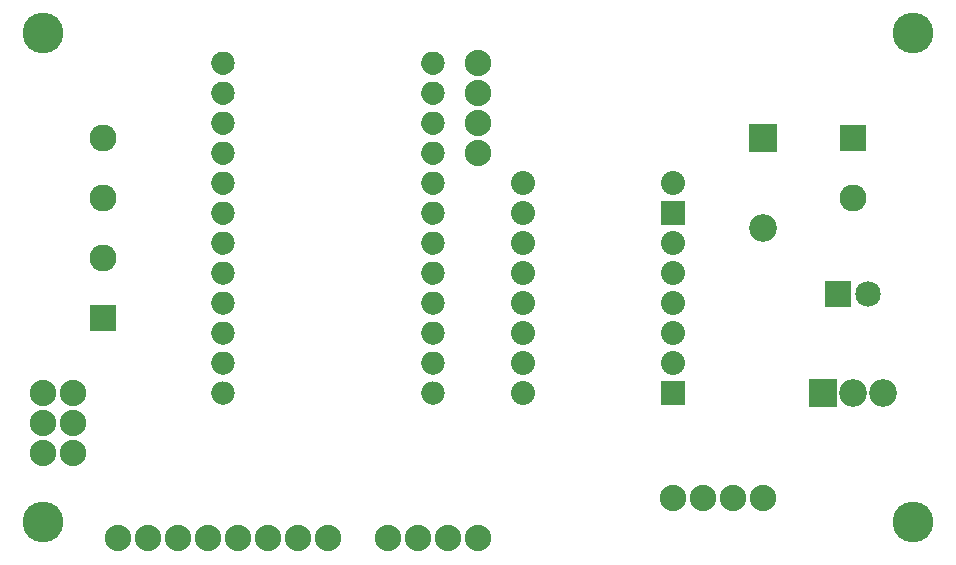
<source format=gts>
G04 MADE WITH FRITZING*
G04 WWW.FRITZING.ORG*
G04 DOUBLE SIDED*
G04 HOLES PLATED*
G04 CONTOUR ON CENTER OF CONTOUR VECTOR*
%ASAXBY*%
%FSLAX23Y23*%
%MOIN*%
%OFA0B0*%
%SFA1.0B1.0*%
%ADD10C,0.092000*%
%ADD11C,0.088000*%
%ADD12C,0.090000*%
%ADD13C,0.080000*%
%ADD14C,0.135984*%
%ADD15C,0.085000*%
%ADD16R,0.092000X0.092000*%
%ADD17R,0.090000X0.090000*%
%ADD18R,0.080000X0.080000*%
%ADD19R,0.085000X0.085000*%
%ADD20C,0.030000*%
%ADD21R,0.001000X0.001000*%
%LNMASK1*%
G90*
G70*
G54D10*
X2725Y552D03*
X2825Y552D03*
X2925Y552D03*
G54D11*
X1575Y1352D03*
X1575Y1452D03*
X1575Y1552D03*
X1575Y1652D03*
X125Y552D03*
X125Y452D03*
X125Y352D03*
X125Y552D03*
X125Y452D03*
X125Y352D03*
X225Y352D03*
X225Y452D03*
X225Y552D03*
G54D10*
X2525Y1402D03*
X2525Y1104D03*
G54D12*
X325Y802D03*
X325Y1002D03*
X325Y1202D03*
X325Y1402D03*
G54D13*
X1725Y1252D03*
X2225Y1252D03*
X1725Y1152D03*
X2225Y1152D03*
X1725Y1052D03*
X2225Y1052D03*
X1725Y952D03*
X2225Y952D03*
X1725Y852D03*
X2225Y852D03*
X1725Y752D03*
X2225Y752D03*
X1725Y652D03*
X2225Y652D03*
X1725Y552D03*
X2225Y552D03*
G54D11*
X2525Y202D03*
X2425Y202D03*
X2325Y202D03*
X2225Y202D03*
G54D12*
X2825Y1402D03*
X2825Y1202D03*
G54D14*
X125Y122D03*
X3025Y122D03*
X125Y1752D03*
X3025Y1752D03*
G54D15*
X2775Y882D03*
X2875Y882D03*
G54D11*
X1075Y70D03*
X975Y70D03*
X875Y70D03*
X775Y70D03*
X675Y70D03*
X575Y70D03*
X475Y70D03*
X375Y70D03*
X1575Y69D03*
X1475Y69D03*
X1375Y69D03*
X1275Y69D03*
G54D16*
X2725Y552D03*
X2525Y1403D03*
G54D17*
X325Y802D03*
G54D18*
X2225Y552D03*
X2225Y1152D03*
G54D17*
X2825Y1402D03*
G54D19*
X2775Y882D03*
G54D20*
G36*
X295Y1172D02*
X295Y1232D01*
X355Y1232D01*
X355Y1172D01*
X295Y1172D01*
G37*
D02*
G54D21*
X719Y1691D02*
X730Y1691D01*
X1419Y1691D02*
X1430Y1691D01*
X715Y1690D02*
X735Y1690D01*
X1414Y1690D02*
X1435Y1690D01*
X712Y1689D02*
X738Y1689D01*
X1412Y1689D02*
X1438Y1689D01*
X709Y1688D02*
X740Y1688D01*
X1409Y1688D02*
X1440Y1688D01*
X707Y1687D02*
X742Y1687D01*
X1407Y1687D02*
X1442Y1687D01*
X705Y1686D02*
X744Y1686D01*
X1405Y1686D02*
X1444Y1686D01*
X704Y1685D02*
X746Y1685D01*
X1403Y1685D02*
X1445Y1685D01*
X702Y1684D02*
X747Y1684D01*
X1402Y1684D02*
X1447Y1684D01*
X701Y1683D02*
X748Y1683D01*
X1401Y1683D02*
X1448Y1683D01*
X699Y1682D02*
X750Y1682D01*
X1399Y1682D02*
X1449Y1682D01*
X698Y1681D02*
X751Y1681D01*
X1398Y1681D02*
X1450Y1681D01*
X697Y1680D02*
X752Y1680D01*
X1397Y1680D02*
X1452Y1680D01*
X696Y1679D02*
X753Y1679D01*
X1396Y1679D02*
X1452Y1679D01*
X695Y1678D02*
X753Y1678D01*
X1395Y1678D02*
X1453Y1678D01*
X695Y1677D02*
X754Y1677D01*
X1395Y1677D02*
X1454Y1677D01*
X694Y1676D02*
X755Y1676D01*
X1394Y1676D02*
X1455Y1676D01*
X693Y1675D02*
X756Y1675D01*
X1393Y1675D02*
X1456Y1675D01*
X693Y1674D02*
X756Y1674D01*
X1392Y1674D02*
X1456Y1674D01*
X692Y1673D02*
X757Y1673D01*
X1392Y1673D02*
X1457Y1673D01*
X691Y1672D02*
X757Y1672D01*
X1391Y1672D02*
X1457Y1672D01*
X691Y1671D02*
X758Y1671D01*
X1391Y1671D02*
X1458Y1671D01*
X690Y1670D02*
X758Y1670D01*
X1390Y1670D02*
X1458Y1670D01*
X690Y1669D02*
X759Y1669D01*
X1390Y1669D02*
X1459Y1669D01*
X689Y1668D02*
X759Y1668D01*
X1389Y1668D02*
X1459Y1668D01*
X689Y1667D02*
X760Y1667D01*
X1389Y1667D02*
X1460Y1667D01*
X689Y1666D02*
X760Y1666D01*
X1388Y1666D02*
X1460Y1666D01*
X688Y1665D02*
X761Y1665D01*
X1388Y1665D02*
X1460Y1665D01*
X688Y1664D02*
X761Y1664D01*
X1388Y1664D02*
X1461Y1664D01*
X687Y1663D02*
X761Y1663D01*
X1387Y1663D02*
X1461Y1663D01*
X687Y1662D02*
X761Y1662D01*
X1387Y1662D02*
X1461Y1662D01*
X687Y1661D02*
X762Y1661D01*
X1387Y1661D02*
X1462Y1661D01*
X687Y1660D02*
X762Y1660D01*
X1387Y1660D02*
X1462Y1660D01*
X686Y1659D02*
X762Y1659D01*
X1386Y1659D02*
X1462Y1659D01*
X686Y1658D02*
X762Y1658D01*
X1386Y1658D02*
X1462Y1658D01*
X686Y1657D02*
X762Y1657D01*
X1386Y1657D02*
X1462Y1657D01*
X686Y1656D02*
X763Y1656D01*
X1386Y1656D02*
X1462Y1656D01*
X686Y1655D02*
X763Y1655D01*
X1386Y1655D02*
X1463Y1655D01*
X686Y1654D02*
X763Y1654D01*
X1386Y1654D02*
X1463Y1654D01*
X686Y1653D02*
X763Y1653D01*
X1386Y1653D02*
X1463Y1653D01*
X686Y1652D02*
X763Y1652D01*
X1386Y1652D02*
X1463Y1652D01*
X686Y1651D02*
X763Y1651D01*
X1386Y1651D02*
X1463Y1651D01*
X686Y1650D02*
X763Y1650D01*
X1386Y1650D02*
X1463Y1650D01*
X686Y1649D02*
X763Y1649D01*
X1386Y1649D02*
X1462Y1649D01*
X686Y1648D02*
X762Y1648D01*
X1386Y1648D02*
X1462Y1648D01*
X686Y1647D02*
X762Y1647D01*
X1386Y1647D02*
X1462Y1647D01*
X686Y1646D02*
X762Y1646D01*
X1386Y1646D02*
X1462Y1646D01*
X687Y1645D02*
X762Y1645D01*
X1386Y1645D02*
X1462Y1645D01*
X687Y1644D02*
X762Y1644D01*
X1387Y1644D02*
X1462Y1644D01*
X687Y1643D02*
X761Y1643D01*
X1387Y1643D02*
X1461Y1643D01*
X687Y1642D02*
X761Y1642D01*
X1387Y1642D02*
X1461Y1642D01*
X688Y1641D02*
X761Y1641D01*
X1387Y1641D02*
X1461Y1641D01*
X688Y1640D02*
X761Y1640D01*
X1388Y1640D02*
X1460Y1640D01*
X688Y1639D02*
X760Y1639D01*
X1388Y1639D02*
X1460Y1639D01*
X689Y1638D02*
X760Y1638D01*
X1389Y1638D02*
X1460Y1638D01*
X689Y1637D02*
X759Y1637D01*
X1389Y1637D02*
X1459Y1637D01*
X690Y1636D02*
X759Y1636D01*
X1389Y1636D02*
X1459Y1636D01*
X690Y1635D02*
X759Y1635D01*
X1390Y1635D02*
X1458Y1635D01*
X691Y1634D02*
X758Y1634D01*
X1390Y1634D02*
X1458Y1634D01*
X691Y1633D02*
X758Y1633D01*
X1391Y1633D02*
X1457Y1633D01*
X692Y1632D02*
X757Y1632D01*
X1392Y1632D02*
X1457Y1632D01*
X692Y1631D02*
X756Y1631D01*
X1392Y1631D02*
X1456Y1631D01*
X693Y1630D02*
X756Y1630D01*
X1393Y1630D02*
X1456Y1630D01*
X694Y1629D02*
X755Y1629D01*
X1394Y1629D02*
X1455Y1629D01*
X695Y1628D02*
X754Y1628D01*
X1394Y1628D02*
X1454Y1628D01*
X695Y1627D02*
X754Y1627D01*
X1395Y1627D02*
X1453Y1627D01*
X696Y1626D02*
X753Y1626D01*
X1396Y1626D02*
X1452Y1626D01*
X697Y1625D02*
X752Y1625D01*
X1397Y1625D02*
X1452Y1625D01*
X698Y1624D02*
X751Y1624D01*
X1398Y1624D02*
X1451Y1624D01*
X699Y1623D02*
X750Y1623D01*
X1399Y1623D02*
X1449Y1623D01*
X701Y1622D02*
X748Y1622D01*
X1401Y1622D02*
X1448Y1622D01*
X702Y1621D02*
X747Y1621D01*
X1402Y1621D02*
X1447Y1621D01*
X704Y1620D02*
X745Y1620D01*
X1404Y1620D02*
X1445Y1620D01*
X705Y1619D02*
X744Y1619D01*
X1405Y1619D02*
X1443Y1619D01*
X707Y1618D02*
X742Y1618D01*
X1407Y1618D02*
X1441Y1618D01*
X710Y1617D02*
X739Y1617D01*
X1409Y1617D02*
X1439Y1617D01*
X712Y1616D02*
X737Y1616D01*
X1412Y1616D02*
X1437Y1616D01*
X716Y1615D02*
X733Y1615D01*
X1415Y1615D02*
X1433Y1615D01*
X720Y1614D02*
X728Y1614D01*
X1420Y1614D02*
X1428Y1614D01*
X719Y1591D02*
X731Y1591D01*
X1418Y1591D02*
X1430Y1591D01*
X715Y1590D02*
X735Y1590D01*
X1414Y1590D02*
X1435Y1590D01*
X712Y1589D02*
X738Y1589D01*
X1411Y1589D02*
X1438Y1589D01*
X709Y1588D02*
X740Y1588D01*
X1409Y1588D02*
X1440Y1588D01*
X707Y1587D02*
X742Y1587D01*
X1407Y1587D02*
X1442Y1587D01*
X705Y1586D02*
X744Y1586D01*
X1405Y1586D02*
X1444Y1586D01*
X704Y1585D02*
X746Y1585D01*
X1403Y1585D02*
X1445Y1585D01*
X702Y1584D02*
X747Y1584D01*
X1402Y1584D02*
X1447Y1584D01*
X701Y1583D02*
X748Y1583D01*
X1401Y1583D02*
X1448Y1583D01*
X699Y1582D02*
X750Y1582D01*
X1399Y1582D02*
X1449Y1582D01*
X698Y1581D02*
X751Y1581D01*
X1398Y1581D02*
X1451Y1581D01*
X697Y1580D02*
X752Y1580D01*
X1397Y1580D02*
X1452Y1580D01*
X696Y1579D02*
X753Y1579D01*
X1396Y1579D02*
X1452Y1579D01*
X695Y1578D02*
X753Y1578D01*
X1395Y1578D02*
X1453Y1578D01*
X695Y1577D02*
X754Y1577D01*
X1395Y1577D02*
X1454Y1577D01*
X694Y1576D02*
X755Y1576D01*
X1394Y1576D02*
X1455Y1576D01*
X693Y1575D02*
X756Y1575D01*
X1393Y1575D02*
X1456Y1575D01*
X693Y1574D02*
X756Y1574D01*
X1392Y1574D02*
X1456Y1574D01*
X692Y1573D02*
X757Y1573D01*
X1392Y1573D02*
X1457Y1573D01*
X691Y1572D02*
X757Y1572D01*
X1391Y1572D02*
X1457Y1572D01*
X691Y1571D02*
X758Y1571D01*
X1391Y1571D02*
X1458Y1571D01*
X690Y1570D02*
X758Y1570D01*
X1390Y1570D02*
X1458Y1570D01*
X690Y1569D02*
X759Y1569D01*
X1390Y1569D02*
X1459Y1569D01*
X689Y1568D02*
X759Y1568D01*
X1389Y1568D02*
X1459Y1568D01*
X689Y1567D02*
X760Y1567D01*
X1389Y1567D02*
X1460Y1567D01*
X689Y1566D02*
X760Y1566D01*
X1388Y1566D02*
X1460Y1566D01*
X688Y1565D02*
X761Y1565D01*
X1388Y1565D02*
X1460Y1565D01*
X688Y1564D02*
X761Y1564D01*
X1388Y1564D02*
X1461Y1564D01*
X687Y1563D02*
X761Y1563D01*
X1387Y1563D02*
X1461Y1563D01*
X687Y1562D02*
X761Y1562D01*
X1387Y1562D02*
X1461Y1562D01*
X687Y1561D02*
X762Y1561D01*
X1387Y1561D02*
X1462Y1561D01*
X687Y1560D02*
X762Y1560D01*
X1387Y1560D02*
X1462Y1560D01*
X686Y1559D02*
X762Y1559D01*
X1386Y1559D02*
X1462Y1559D01*
X686Y1558D02*
X762Y1558D01*
X1386Y1558D02*
X1462Y1558D01*
X686Y1557D02*
X762Y1557D01*
X1386Y1557D02*
X1462Y1557D01*
X686Y1556D02*
X763Y1556D01*
X1386Y1556D02*
X1462Y1556D01*
X686Y1555D02*
X763Y1555D01*
X1386Y1555D02*
X1463Y1555D01*
X686Y1554D02*
X763Y1554D01*
X1386Y1554D02*
X1463Y1554D01*
X686Y1553D02*
X763Y1553D01*
X1386Y1553D02*
X1463Y1553D01*
X686Y1552D02*
X763Y1552D01*
X1386Y1552D02*
X1463Y1552D01*
X686Y1551D02*
X763Y1551D01*
X1386Y1551D02*
X1463Y1551D01*
X686Y1550D02*
X763Y1550D01*
X1386Y1550D02*
X1463Y1550D01*
X686Y1549D02*
X763Y1549D01*
X1386Y1549D02*
X1462Y1549D01*
X686Y1548D02*
X762Y1548D01*
X1386Y1548D02*
X1462Y1548D01*
X686Y1547D02*
X762Y1547D01*
X1386Y1547D02*
X1462Y1547D01*
X686Y1546D02*
X762Y1546D01*
X1386Y1546D02*
X1462Y1546D01*
X687Y1545D02*
X762Y1545D01*
X1386Y1545D02*
X1462Y1545D01*
X687Y1544D02*
X762Y1544D01*
X1387Y1544D02*
X1462Y1544D01*
X687Y1543D02*
X761Y1543D01*
X1387Y1543D02*
X1461Y1543D01*
X687Y1542D02*
X761Y1542D01*
X1387Y1542D02*
X1461Y1542D01*
X688Y1541D02*
X761Y1541D01*
X1387Y1541D02*
X1461Y1541D01*
X688Y1540D02*
X761Y1540D01*
X1388Y1540D02*
X1460Y1540D01*
X688Y1539D02*
X760Y1539D01*
X1388Y1539D02*
X1460Y1539D01*
X689Y1538D02*
X760Y1538D01*
X1389Y1538D02*
X1460Y1538D01*
X689Y1537D02*
X759Y1537D01*
X1389Y1537D02*
X1459Y1537D01*
X690Y1536D02*
X759Y1536D01*
X1389Y1536D02*
X1459Y1536D01*
X690Y1535D02*
X759Y1535D01*
X1390Y1535D02*
X1458Y1535D01*
X691Y1534D02*
X758Y1534D01*
X1390Y1534D02*
X1458Y1534D01*
X691Y1533D02*
X757Y1533D01*
X1391Y1533D02*
X1457Y1533D01*
X692Y1532D02*
X757Y1532D01*
X1392Y1532D02*
X1457Y1532D01*
X692Y1531D02*
X756Y1531D01*
X1392Y1531D02*
X1456Y1531D01*
X693Y1530D02*
X756Y1530D01*
X1393Y1530D02*
X1456Y1530D01*
X694Y1529D02*
X755Y1529D01*
X1394Y1529D02*
X1455Y1529D01*
X695Y1528D02*
X754Y1528D01*
X1394Y1528D02*
X1454Y1528D01*
X695Y1527D02*
X753Y1527D01*
X1395Y1527D02*
X1453Y1527D01*
X696Y1526D02*
X753Y1526D01*
X1396Y1526D02*
X1452Y1526D01*
X697Y1525D02*
X752Y1525D01*
X1397Y1525D02*
X1452Y1525D01*
X698Y1524D02*
X751Y1524D01*
X1398Y1524D02*
X1450Y1524D01*
X700Y1523D02*
X749Y1523D01*
X1399Y1523D02*
X1449Y1523D01*
X701Y1522D02*
X748Y1522D01*
X1401Y1522D02*
X1448Y1522D01*
X702Y1521D02*
X747Y1521D01*
X1402Y1521D02*
X1447Y1521D01*
X704Y1520D02*
X745Y1520D01*
X1404Y1520D02*
X1445Y1520D01*
X706Y1519D02*
X743Y1519D01*
X1405Y1519D02*
X1443Y1519D01*
X707Y1518D02*
X742Y1518D01*
X1407Y1518D02*
X1441Y1518D01*
X710Y1517D02*
X739Y1517D01*
X1410Y1517D02*
X1439Y1517D01*
X712Y1516D02*
X737Y1516D01*
X1412Y1516D02*
X1436Y1516D01*
X716Y1515D02*
X733Y1515D01*
X1416Y1515D02*
X1433Y1515D01*
X721Y1514D02*
X728Y1514D01*
X1420Y1514D02*
X1428Y1514D01*
X718Y1491D02*
X731Y1491D01*
X1418Y1491D02*
X1431Y1491D01*
X714Y1490D02*
X735Y1490D01*
X1414Y1490D02*
X1435Y1490D01*
X711Y1489D02*
X738Y1489D01*
X1411Y1489D02*
X1438Y1489D01*
X709Y1488D02*
X740Y1488D01*
X1409Y1488D02*
X1440Y1488D01*
X707Y1487D02*
X742Y1487D01*
X1407Y1487D02*
X1442Y1487D01*
X705Y1486D02*
X744Y1486D01*
X1405Y1486D02*
X1444Y1486D01*
X703Y1485D02*
X746Y1485D01*
X1403Y1485D02*
X1446Y1485D01*
X702Y1484D02*
X747Y1484D01*
X1402Y1484D02*
X1447Y1484D01*
X701Y1483D02*
X748Y1483D01*
X1401Y1483D02*
X1448Y1483D01*
X699Y1482D02*
X750Y1482D01*
X1399Y1482D02*
X1449Y1482D01*
X698Y1481D02*
X751Y1481D01*
X1398Y1481D02*
X1451Y1481D01*
X697Y1480D02*
X752Y1480D01*
X1397Y1480D02*
X1452Y1480D01*
X696Y1479D02*
X753Y1479D01*
X1396Y1479D02*
X1453Y1479D01*
X695Y1478D02*
X754Y1478D01*
X1395Y1478D02*
X1453Y1478D01*
X695Y1477D02*
X754Y1477D01*
X1394Y1477D02*
X1454Y1477D01*
X694Y1476D02*
X755Y1476D01*
X1394Y1476D02*
X1455Y1476D01*
X693Y1475D02*
X756Y1475D01*
X1393Y1475D02*
X1456Y1475D01*
X693Y1474D02*
X756Y1474D01*
X1392Y1474D02*
X1456Y1474D01*
X692Y1473D02*
X757Y1473D01*
X1392Y1473D02*
X1457Y1473D01*
X691Y1472D02*
X757Y1472D01*
X1391Y1472D02*
X1457Y1472D01*
X691Y1471D02*
X758Y1471D01*
X1391Y1471D02*
X1458Y1471D01*
X690Y1470D02*
X759Y1470D01*
X1390Y1470D02*
X1458Y1470D01*
X690Y1469D02*
X759Y1469D01*
X1390Y1469D02*
X1459Y1469D01*
X689Y1468D02*
X759Y1468D01*
X1389Y1468D02*
X1459Y1468D01*
X689Y1467D02*
X760Y1467D01*
X1389Y1467D02*
X1460Y1467D01*
X689Y1466D02*
X760Y1466D01*
X1388Y1466D02*
X1460Y1466D01*
X688Y1465D02*
X761Y1465D01*
X1388Y1465D02*
X1460Y1465D01*
X688Y1464D02*
X761Y1464D01*
X1388Y1464D02*
X1461Y1464D01*
X687Y1463D02*
X761Y1463D01*
X1387Y1463D02*
X1461Y1463D01*
X687Y1462D02*
X761Y1462D01*
X1387Y1462D02*
X1461Y1462D01*
X687Y1461D02*
X762Y1461D01*
X1387Y1461D02*
X1462Y1461D01*
X687Y1460D02*
X762Y1460D01*
X1387Y1460D02*
X1462Y1460D01*
X686Y1459D02*
X762Y1459D01*
X1386Y1459D02*
X1462Y1459D01*
X686Y1458D02*
X762Y1458D01*
X1386Y1458D02*
X1462Y1458D01*
X686Y1457D02*
X762Y1457D01*
X1386Y1457D02*
X1462Y1457D01*
X686Y1456D02*
X763Y1456D01*
X1386Y1456D02*
X1462Y1456D01*
X686Y1455D02*
X763Y1455D01*
X1386Y1455D02*
X1463Y1455D01*
X686Y1454D02*
X763Y1454D01*
X1386Y1454D02*
X1463Y1454D01*
X686Y1453D02*
X763Y1453D01*
X1386Y1453D02*
X1463Y1453D01*
X686Y1452D02*
X763Y1452D01*
X1386Y1452D02*
X1463Y1452D01*
X686Y1451D02*
X763Y1451D01*
X1386Y1451D02*
X1463Y1451D01*
X686Y1450D02*
X763Y1450D01*
X1386Y1450D02*
X1463Y1450D01*
X686Y1449D02*
X763Y1449D01*
X1386Y1449D02*
X1462Y1449D01*
X686Y1448D02*
X762Y1448D01*
X1386Y1448D02*
X1462Y1448D01*
X686Y1447D02*
X762Y1447D01*
X1386Y1447D02*
X1462Y1447D01*
X686Y1446D02*
X762Y1446D01*
X1386Y1446D02*
X1462Y1446D01*
X687Y1445D02*
X762Y1445D01*
X1386Y1445D02*
X1462Y1445D01*
X687Y1444D02*
X762Y1444D01*
X1387Y1444D02*
X1462Y1444D01*
X687Y1443D02*
X761Y1443D01*
X1387Y1443D02*
X1461Y1443D01*
X687Y1442D02*
X761Y1442D01*
X1387Y1442D02*
X1461Y1442D01*
X688Y1441D02*
X761Y1441D01*
X1387Y1441D02*
X1461Y1441D01*
X688Y1440D02*
X761Y1440D01*
X1388Y1440D02*
X1460Y1440D01*
X688Y1439D02*
X760Y1439D01*
X1388Y1439D02*
X1460Y1439D01*
X689Y1438D02*
X760Y1438D01*
X1389Y1438D02*
X1460Y1438D01*
X689Y1437D02*
X759Y1437D01*
X1389Y1437D02*
X1459Y1437D01*
X690Y1436D02*
X759Y1436D01*
X1389Y1436D02*
X1459Y1436D01*
X690Y1435D02*
X758Y1435D01*
X1390Y1435D02*
X1458Y1435D01*
X691Y1434D02*
X758Y1434D01*
X1390Y1434D02*
X1458Y1434D01*
X691Y1433D02*
X757Y1433D01*
X1391Y1433D02*
X1457Y1433D01*
X692Y1432D02*
X757Y1432D01*
X1392Y1432D02*
X1457Y1432D01*
X692Y1431D02*
X756Y1431D01*
X1392Y1431D02*
X1456Y1431D01*
X693Y1430D02*
X756Y1430D01*
X1393Y1430D02*
X1456Y1430D01*
X694Y1429D02*
X755Y1429D01*
X1394Y1429D02*
X1455Y1429D01*
X695Y1428D02*
X754Y1428D01*
X1394Y1428D02*
X1454Y1428D01*
X695Y1427D02*
X753Y1427D01*
X1395Y1427D02*
X1453Y1427D01*
X696Y1426D02*
X753Y1426D01*
X1396Y1426D02*
X1452Y1426D01*
X697Y1425D02*
X752Y1425D01*
X1397Y1425D02*
X1452Y1425D01*
X698Y1424D02*
X751Y1424D01*
X1398Y1424D02*
X1450Y1424D01*
X700Y1423D02*
X749Y1423D01*
X1399Y1423D02*
X1449Y1423D01*
X701Y1422D02*
X748Y1422D01*
X1401Y1422D02*
X1448Y1422D01*
X702Y1421D02*
X747Y1421D01*
X1402Y1421D02*
X1447Y1421D01*
X704Y1420D02*
X745Y1420D01*
X1404Y1420D02*
X1445Y1420D01*
X706Y1419D02*
X743Y1419D01*
X1405Y1419D02*
X1443Y1419D01*
X708Y1418D02*
X741Y1418D01*
X1407Y1418D02*
X1441Y1418D01*
X710Y1417D02*
X739Y1417D01*
X1410Y1417D02*
X1439Y1417D01*
X712Y1416D02*
X736Y1416D01*
X1412Y1416D02*
X1436Y1416D01*
X716Y1415D02*
X733Y1415D01*
X1416Y1415D02*
X1433Y1415D01*
X721Y1414D02*
X728Y1414D01*
X1421Y1414D02*
X1428Y1414D01*
X718Y1391D02*
X731Y1391D01*
X1418Y1391D02*
X1431Y1391D01*
X714Y1390D02*
X735Y1390D01*
X1414Y1390D02*
X1435Y1390D01*
X711Y1389D02*
X738Y1389D01*
X1411Y1389D02*
X1438Y1389D01*
X709Y1388D02*
X741Y1388D01*
X1409Y1388D02*
X1440Y1388D01*
X707Y1387D02*
X743Y1387D01*
X1407Y1387D02*
X1442Y1387D01*
X705Y1386D02*
X744Y1386D01*
X1405Y1386D02*
X1444Y1386D01*
X703Y1385D02*
X746Y1385D01*
X1403Y1385D02*
X1446Y1385D01*
X702Y1384D02*
X747Y1384D01*
X1402Y1384D02*
X1447Y1384D01*
X701Y1383D02*
X748Y1383D01*
X1400Y1383D02*
X1448Y1383D01*
X699Y1382D02*
X750Y1382D01*
X1399Y1382D02*
X1450Y1382D01*
X698Y1381D02*
X751Y1381D01*
X1398Y1381D02*
X1451Y1381D01*
X697Y1380D02*
X752Y1380D01*
X1397Y1380D02*
X1452Y1380D01*
X696Y1379D02*
X753Y1379D01*
X1396Y1379D02*
X1453Y1379D01*
X695Y1378D02*
X754Y1378D01*
X1395Y1378D02*
X1453Y1378D01*
X695Y1377D02*
X754Y1377D01*
X1394Y1377D02*
X1454Y1377D01*
X694Y1376D02*
X755Y1376D01*
X1394Y1376D02*
X1455Y1376D01*
X693Y1375D02*
X756Y1375D01*
X1393Y1375D02*
X1456Y1375D01*
X692Y1374D02*
X756Y1374D01*
X1392Y1374D02*
X1456Y1374D01*
X692Y1373D02*
X757Y1373D01*
X1392Y1373D02*
X1457Y1373D01*
X691Y1372D02*
X758Y1372D01*
X1391Y1372D02*
X1457Y1372D01*
X691Y1371D02*
X758Y1371D01*
X1391Y1371D02*
X1458Y1371D01*
X690Y1370D02*
X759Y1370D01*
X1390Y1370D02*
X1458Y1370D01*
X690Y1369D02*
X759Y1369D01*
X1390Y1369D02*
X1459Y1369D01*
X689Y1368D02*
X759Y1368D01*
X1389Y1368D02*
X1459Y1368D01*
X689Y1367D02*
X760Y1367D01*
X1389Y1367D02*
X1460Y1367D01*
X688Y1366D02*
X760Y1366D01*
X1388Y1366D02*
X1460Y1366D01*
X688Y1365D02*
X761Y1365D01*
X1388Y1365D02*
X1460Y1365D01*
X688Y1364D02*
X761Y1364D01*
X1388Y1364D02*
X1461Y1364D01*
X687Y1363D02*
X761Y1363D01*
X1387Y1363D02*
X1461Y1363D01*
X687Y1362D02*
X761Y1362D01*
X1387Y1362D02*
X1461Y1362D01*
X687Y1361D02*
X762Y1361D01*
X1387Y1361D02*
X1462Y1361D01*
X687Y1360D02*
X762Y1360D01*
X1387Y1360D02*
X1462Y1360D01*
X686Y1359D02*
X762Y1359D01*
X1386Y1359D02*
X1462Y1359D01*
X686Y1358D02*
X762Y1358D01*
X1386Y1358D02*
X1462Y1358D01*
X686Y1357D02*
X762Y1357D01*
X1386Y1357D02*
X1462Y1357D01*
X686Y1356D02*
X763Y1356D01*
X1386Y1356D02*
X1462Y1356D01*
X686Y1355D02*
X763Y1355D01*
X1386Y1355D02*
X1463Y1355D01*
X686Y1354D02*
X763Y1354D01*
X1386Y1354D02*
X1463Y1354D01*
X686Y1353D02*
X763Y1353D01*
X1386Y1353D02*
X1463Y1353D01*
X686Y1352D02*
X763Y1352D01*
X1386Y1352D02*
X1463Y1352D01*
X686Y1351D02*
X763Y1351D01*
X1386Y1351D02*
X1463Y1351D01*
X686Y1350D02*
X763Y1350D01*
X1386Y1350D02*
X1462Y1350D01*
X686Y1349D02*
X763Y1349D01*
X1386Y1349D02*
X1462Y1349D01*
X686Y1348D02*
X762Y1348D01*
X1386Y1348D02*
X1462Y1348D01*
X686Y1347D02*
X762Y1347D01*
X1386Y1347D02*
X1462Y1347D01*
X686Y1346D02*
X762Y1346D01*
X1386Y1346D02*
X1462Y1346D01*
X687Y1345D02*
X762Y1345D01*
X1386Y1345D02*
X1462Y1345D01*
X687Y1344D02*
X762Y1344D01*
X1387Y1344D02*
X1462Y1344D01*
X687Y1343D02*
X761Y1343D01*
X1387Y1343D02*
X1461Y1343D01*
X687Y1342D02*
X761Y1342D01*
X1387Y1342D02*
X1461Y1342D01*
X688Y1341D02*
X761Y1341D01*
X1387Y1341D02*
X1461Y1341D01*
X688Y1340D02*
X760Y1340D01*
X1388Y1340D02*
X1460Y1340D01*
X688Y1339D02*
X760Y1339D01*
X1388Y1339D02*
X1460Y1339D01*
X689Y1338D02*
X760Y1338D01*
X1389Y1338D02*
X1460Y1338D01*
X689Y1337D02*
X759Y1337D01*
X1389Y1337D02*
X1459Y1337D01*
X690Y1336D02*
X759Y1336D01*
X1389Y1336D02*
X1459Y1336D01*
X690Y1335D02*
X758Y1335D01*
X1390Y1335D02*
X1458Y1335D01*
X691Y1334D02*
X758Y1334D01*
X1390Y1334D02*
X1458Y1334D01*
X691Y1333D02*
X757Y1333D01*
X1391Y1333D02*
X1457Y1333D01*
X692Y1332D02*
X757Y1332D01*
X1392Y1332D02*
X1457Y1332D01*
X692Y1331D02*
X756Y1331D01*
X1392Y1331D02*
X1456Y1331D01*
X693Y1330D02*
X756Y1330D01*
X1393Y1330D02*
X1456Y1330D01*
X694Y1329D02*
X755Y1329D01*
X1394Y1329D02*
X1455Y1329D01*
X695Y1328D02*
X754Y1328D01*
X1395Y1328D02*
X1454Y1328D01*
X695Y1327D02*
X753Y1327D01*
X1395Y1327D02*
X1453Y1327D01*
X696Y1326D02*
X753Y1326D01*
X1396Y1326D02*
X1452Y1326D01*
X697Y1325D02*
X752Y1325D01*
X1397Y1325D02*
X1451Y1325D01*
X698Y1324D02*
X751Y1324D01*
X1398Y1324D02*
X1450Y1324D01*
X700Y1323D02*
X749Y1323D01*
X1399Y1323D02*
X1449Y1323D01*
X701Y1322D02*
X748Y1322D01*
X1401Y1322D02*
X1448Y1322D01*
X702Y1321D02*
X747Y1321D01*
X1402Y1321D02*
X1447Y1321D01*
X704Y1320D02*
X745Y1320D01*
X1404Y1320D02*
X1445Y1320D01*
X706Y1319D02*
X743Y1319D01*
X1406Y1319D02*
X1443Y1319D01*
X708Y1318D02*
X741Y1318D01*
X1408Y1318D02*
X1441Y1318D01*
X710Y1317D02*
X739Y1317D01*
X1410Y1317D02*
X1439Y1317D01*
X713Y1316D02*
X736Y1316D01*
X1412Y1316D02*
X1436Y1316D01*
X716Y1315D02*
X733Y1315D01*
X1416Y1315D02*
X1433Y1315D01*
X721Y1314D02*
X727Y1314D01*
X1421Y1314D02*
X1427Y1314D01*
X718Y1291D02*
X731Y1291D01*
X1418Y1291D02*
X1431Y1291D01*
X714Y1290D02*
X735Y1290D01*
X1414Y1290D02*
X1435Y1290D01*
X711Y1289D02*
X738Y1289D01*
X1411Y1289D02*
X1438Y1289D01*
X709Y1288D02*
X741Y1288D01*
X1409Y1288D02*
X1440Y1288D01*
X707Y1287D02*
X743Y1287D01*
X1407Y1287D02*
X1442Y1287D01*
X705Y1286D02*
X744Y1286D01*
X1405Y1286D02*
X1444Y1286D01*
X703Y1285D02*
X746Y1285D01*
X1403Y1285D02*
X1446Y1285D01*
X702Y1284D02*
X747Y1284D01*
X1402Y1284D02*
X1447Y1284D01*
X701Y1283D02*
X749Y1283D01*
X1400Y1283D02*
X1448Y1283D01*
X699Y1282D02*
X750Y1282D01*
X1399Y1282D02*
X1450Y1282D01*
X698Y1281D02*
X751Y1281D01*
X1398Y1281D02*
X1451Y1281D01*
X697Y1280D02*
X752Y1280D01*
X1397Y1280D02*
X1452Y1280D01*
X696Y1279D02*
X753Y1279D01*
X1396Y1279D02*
X1453Y1279D01*
X695Y1278D02*
X754Y1278D01*
X1395Y1278D02*
X1453Y1278D01*
X695Y1277D02*
X754Y1277D01*
X1394Y1277D02*
X1454Y1277D01*
X694Y1276D02*
X755Y1276D01*
X1394Y1276D02*
X1455Y1276D01*
X693Y1275D02*
X756Y1275D01*
X1393Y1275D02*
X1456Y1275D01*
X692Y1274D02*
X756Y1274D01*
X1392Y1274D02*
X1456Y1274D01*
X692Y1273D02*
X757Y1273D01*
X1392Y1273D02*
X1457Y1273D01*
X691Y1272D02*
X758Y1272D01*
X1391Y1272D02*
X1457Y1272D01*
X691Y1271D02*
X758Y1271D01*
X1391Y1271D02*
X1458Y1271D01*
X690Y1270D02*
X759Y1270D01*
X1390Y1270D02*
X1458Y1270D01*
X690Y1269D02*
X759Y1269D01*
X1390Y1269D02*
X1459Y1269D01*
X689Y1268D02*
X759Y1268D01*
X1389Y1268D02*
X1459Y1268D01*
X689Y1267D02*
X760Y1267D01*
X1389Y1267D02*
X1460Y1267D01*
X688Y1266D02*
X760Y1266D01*
X1388Y1266D02*
X1460Y1266D01*
X688Y1265D02*
X761Y1265D01*
X1388Y1265D02*
X1460Y1265D01*
X688Y1264D02*
X761Y1264D01*
X1388Y1264D02*
X1461Y1264D01*
X687Y1263D02*
X761Y1263D01*
X1387Y1263D02*
X1461Y1263D01*
X687Y1262D02*
X761Y1262D01*
X1387Y1262D02*
X1461Y1262D01*
X687Y1261D02*
X762Y1261D01*
X1387Y1261D02*
X1462Y1261D01*
X687Y1260D02*
X762Y1260D01*
X1387Y1260D02*
X1462Y1260D01*
X686Y1259D02*
X762Y1259D01*
X1386Y1259D02*
X1462Y1259D01*
X686Y1258D02*
X762Y1258D01*
X1386Y1258D02*
X1462Y1258D01*
X686Y1257D02*
X762Y1257D01*
X1386Y1257D02*
X1462Y1257D01*
X686Y1256D02*
X763Y1256D01*
X1386Y1256D02*
X1462Y1256D01*
X686Y1255D02*
X763Y1255D01*
X1386Y1255D02*
X1463Y1255D01*
X686Y1254D02*
X763Y1254D01*
X1386Y1254D02*
X1463Y1254D01*
X686Y1253D02*
X763Y1253D01*
X1386Y1253D02*
X1463Y1253D01*
X686Y1252D02*
X763Y1252D01*
X1386Y1252D02*
X1463Y1252D01*
X686Y1251D02*
X763Y1251D01*
X1386Y1251D02*
X1463Y1251D01*
X686Y1250D02*
X763Y1250D01*
X1386Y1250D02*
X1462Y1250D01*
X686Y1249D02*
X763Y1249D01*
X1386Y1249D02*
X1462Y1249D01*
X686Y1248D02*
X762Y1248D01*
X1386Y1248D02*
X1462Y1248D01*
X686Y1247D02*
X762Y1247D01*
X1386Y1247D02*
X1462Y1247D01*
X686Y1246D02*
X762Y1246D01*
X1386Y1246D02*
X1462Y1246D01*
X687Y1245D02*
X762Y1245D01*
X1387Y1245D02*
X1462Y1245D01*
X687Y1244D02*
X762Y1244D01*
X1387Y1244D02*
X1462Y1244D01*
X687Y1243D02*
X761Y1243D01*
X1387Y1243D02*
X1461Y1243D01*
X687Y1242D02*
X761Y1242D01*
X1387Y1242D02*
X1461Y1242D01*
X688Y1241D02*
X761Y1241D01*
X1388Y1241D02*
X1461Y1241D01*
X688Y1240D02*
X760Y1240D01*
X1388Y1240D02*
X1460Y1240D01*
X688Y1239D02*
X760Y1239D01*
X1388Y1239D02*
X1460Y1239D01*
X689Y1238D02*
X760Y1238D01*
X1389Y1238D02*
X1460Y1238D01*
X689Y1237D02*
X759Y1237D01*
X1389Y1237D02*
X1459Y1237D01*
X690Y1236D02*
X759Y1236D01*
X1389Y1236D02*
X1459Y1236D01*
X690Y1235D02*
X758Y1235D01*
X1390Y1235D02*
X1458Y1235D01*
X691Y1234D02*
X758Y1234D01*
X1390Y1234D02*
X1458Y1234D01*
X691Y1233D02*
X757Y1233D01*
X1391Y1233D02*
X1457Y1233D01*
X692Y1232D02*
X757Y1232D01*
X1392Y1232D02*
X1457Y1232D01*
X692Y1231D02*
X756Y1231D01*
X1392Y1231D02*
X1456Y1231D01*
X693Y1230D02*
X756Y1230D01*
X1393Y1230D02*
X1455Y1230D01*
X694Y1229D02*
X755Y1229D01*
X1394Y1229D02*
X1455Y1229D01*
X695Y1228D02*
X754Y1228D01*
X1395Y1228D02*
X1454Y1228D01*
X696Y1227D02*
X753Y1227D01*
X1395Y1227D02*
X1453Y1227D01*
X696Y1226D02*
X752Y1226D01*
X1396Y1226D02*
X1452Y1226D01*
X697Y1225D02*
X752Y1225D01*
X1397Y1225D02*
X1451Y1225D01*
X699Y1224D02*
X750Y1224D01*
X1398Y1224D02*
X1450Y1224D01*
X700Y1223D02*
X749Y1223D01*
X1400Y1223D02*
X1449Y1223D01*
X701Y1222D02*
X748Y1222D01*
X1401Y1222D02*
X1448Y1222D01*
X702Y1221D02*
X747Y1221D01*
X1402Y1221D02*
X1446Y1221D01*
X704Y1220D02*
X745Y1220D01*
X1404Y1220D02*
X1445Y1220D01*
X706Y1219D02*
X743Y1219D01*
X1406Y1219D02*
X1443Y1219D01*
X708Y1218D02*
X741Y1218D01*
X1408Y1218D02*
X1441Y1218D01*
X710Y1217D02*
X739Y1217D01*
X1410Y1217D02*
X1439Y1217D01*
X713Y1216D02*
X736Y1216D01*
X1413Y1216D02*
X1436Y1216D01*
X716Y1215D02*
X733Y1215D01*
X1416Y1215D02*
X1433Y1215D01*
X722Y1214D02*
X727Y1214D01*
X1422Y1214D02*
X1427Y1214D01*
X718Y1191D02*
X732Y1191D01*
X1417Y1191D02*
X1431Y1191D01*
X714Y1190D02*
X736Y1190D01*
X1414Y1190D02*
X1436Y1190D01*
X711Y1189D02*
X738Y1189D01*
X1411Y1189D02*
X1438Y1189D01*
X709Y1188D02*
X741Y1188D01*
X1409Y1188D02*
X1441Y1188D01*
X707Y1187D02*
X743Y1187D01*
X1407Y1187D02*
X1443Y1187D01*
X705Y1186D02*
X744Y1186D01*
X1405Y1186D02*
X1444Y1186D01*
X703Y1185D02*
X746Y1185D01*
X1403Y1185D02*
X1446Y1185D01*
X702Y1184D02*
X747Y1184D01*
X1402Y1184D02*
X1447Y1184D01*
X700Y1183D02*
X749Y1183D01*
X1400Y1183D02*
X1448Y1183D01*
X699Y1182D02*
X750Y1182D01*
X1399Y1182D02*
X1450Y1182D01*
X698Y1181D02*
X751Y1181D01*
X1398Y1181D02*
X1451Y1181D01*
X697Y1180D02*
X752Y1180D01*
X1397Y1180D02*
X1452Y1180D01*
X696Y1179D02*
X753Y1179D01*
X1396Y1179D02*
X1453Y1179D01*
X695Y1178D02*
X754Y1178D01*
X1395Y1178D02*
X1453Y1178D01*
X695Y1177D02*
X754Y1177D01*
X1394Y1177D02*
X1454Y1177D01*
X694Y1176D02*
X755Y1176D01*
X1394Y1176D02*
X1455Y1176D01*
X693Y1175D02*
X756Y1175D01*
X1393Y1175D02*
X1456Y1175D01*
X692Y1174D02*
X756Y1174D01*
X1392Y1174D02*
X1456Y1174D01*
X692Y1173D02*
X757Y1173D01*
X1392Y1173D02*
X1457Y1173D01*
X691Y1172D02*
X758Y1172D01*
X1391Y1172D02*
X1457Y1172D01*
X691Y1171D02*
X758Y1171D01*
X1391Y1171D02*
X1458Y1171D01*
X690Y1170D02*
X759Y1170D01*
X1390Y1170D02*
X1458Y1170D01*
X690Y1169D02*
X759Y1169D01*
X1390Y1169D02*
X1459Y1169D01*
X689Y1168D02*
X759Y1168D01*
X1389Y1168D02*
X1459Y1168D01*
X689Y1167D02*
X760Y1167D01*
X1389Y1167D02*
X1460Y1167D01*
X688Y1166D02*
X760Y1166D01*
X1388Y1166D02*
X1460Y1166D01*
X688Y1165D02*
X761Y1165D01*
X1388Y1165D02*
X1460Y1165D01*
X688Y1164D02*
X761Y1164D01*
X1388Y1164D02*
X1461Y1164D01*
X687Y1163D02*
X761Y1163D01*
X1387Y1163D02*
X1461Y1163D01*
X687Y1162D02*
X761Y1162D01*
X1387Y1162D02*
X1461Y1162D01*
X687Y1161D02*
X762Y1161D01*
X1387Y1161D02*
X1462Y1161D01*
X687Y1160D02*
X762Y1160D01*
X1387Y1160D02*
X1462Y1160D01*
X686Y1159D02*
X762Y1159D01*
X1386Y1159D02*
X1462Y1159D01*
X686Y1158D02*
X762Y1158D01*
X1386Y1158D02*
X1462Y1158D01*
X686Y1157D02*
X762Y1157D01*
X1386Y1157D02*
X1462Y1157D01*
X686Y1156D02*
X763Y1156D01*
X1386Y1156D02*
X1462Y1156D01*
X686Y1155D02*
X763Y1155D01*
X1386Y1155D02*
X1463Y1155D01*
X686Y1154D02*
X763Y1154D01*
X1386Y1154D02*
X1463Y1154D01*
X686Y1153D02*
X763Y1153D01*
X1386Y1153D02*
X1463Y1153D01*
X686Y1152D02*
X763Y1152D01*
X1386Y1152D02*
X1463Y1152D01*
X686Y1151D02*
X763Y1151D01*
X1386Y1151D02*
X1463Y1151D01*
X686Y1150D02*
X763Y1150D01*
X1386Y1150D02*
X1462Y1150D01*
X686Y1149D02*
X763Y1149D01*
X1386Y1149D02*
X1462Y1149D01*
X686Y1148D02*
X762Y1148D01*
X1386Y1148D02*
X1462Y1148D01*
X686Y1147D02*
X762Y1147D01*
X1386Y1147D02*
X1462Y1147D01*
X686Y1146D02*
X762Y1146D01*
X1386Y1146D02*
X1462Y1146D01*
X687Y1145D02*
X762Y1145D01*
X1387Y1145D02*
X1462Y1145D01*
X687Y1144D02*
X762Y1144D01*
X1387Y1144D02*
X1462Y1144D01*
X687Y1143D02*
X761Y1143D01*
X1387Y1143D02*
X1461Y1143D01*
X687Y1142D02*
X761Y1142D01*
X1387Y1142D02*
X1461Y1142D01*
X688Y1141D02*
X761Y1141D01*
X1388Y1141D02*
X1461Y1141D01*
X688Y1140D02*
X760Y1140D01*
X1388Y1140D02*
X1460Y1140D01*
X688Y1139D02*
X760Y1139D01*
X1388Y1139D02*
X1460Y1139D01*
X689Y1138D02*
X760Y1138D01*
X1389Y1138D02*
X1460Y1138D01*
X689Y1137D02*
X759Y1137D01*
X1389Y1137D02*
X1459Y1137D01*
X690Y1136D02*
X759Y1136D01*
X1389Y1136D02*
X1459Y1136D01*
X690Y1135D02*
X758Y1135D01*
X1390Y1135D02*
X1458Y1135D01*
X691Y1134D02*
X758Y1134D01*
X1390Y1134D02*
X1458Y1134D01*
X691Y1133D02*
X757Y1133D01*
X1391Y1133D02*
X1457Y1133D01*
X692Y1132D02*
X757Y1132D01*
X1392Y1132D02*
X1457Y1132D01*
X692Y1131D02*
X756Y1131D01*
X1392Y1131D02*
X1456Y1131D01*
X693Y1130D02*
X756Y1130D01*
X1393Y1130D02*
X1455Y1130D01*
X694Y1129D02*
X755Y1129D01*
X1394Y1129D02*
X1455Y1129D01*
X695Y1128D02*
X754Y1128D01*
X1395Y1128D02*
X1454Y1128D01*
X696Y1127D02*
X753Y1127D01*
X1395Y1127D02*
X1453Y1127D01*
X696Y1126D02*
X752Y1126D01*
X1396Y1126D02*
X1452Y1126D01*
X697Y1125D02*
X752Y1125D01*
X1397Y1125D02*
X1451Y1125D01*
X699Y1124D02*
X750Y1124D01*
X1398Y1124D02*
X1450Y1124D01*
X700Y1123D02*
X749Y1123D01*
X1400Y1123D02*
X1449Y1123D01*
X701Y1122D02*
X748Y1122D01*
X1401Y1122D02*
X1448Y1122D01*
X702Y1121D02*
X747Y1121D01*
X1402Y1121D02*
X1446Y1121D01*
X704Y1120D02*
X745Y1120D01*
X1404Y1120D02*
X1445Y1120D01*
X706Y1119D02*
X743Y1119D01*
X1406Y1119D02*
X1443Y1119D01*
X708Y1118D02*
X741Y1118D01*
X1408Y1118D02*
X1441Y1118D01*
X710Y1117D02*
X739Y1117D01*
X1410Y1117D02*
X1439Y1117D01*
X713Y1116D02*
X736Y1116D01*
X1413Y1116D02*
X1436Y1116D01*
X716Y1115D02*
X733Y1115D01*
X1416Y1115D02*
X1432Y1115D01*
X723Y1114D02*
X726Y1114D01*
X1423Y1114D02*
X1426Y1114D01*
X717Y1091D02*
X732Y1091D01*
X1417Y1091D02*
X1432Y1091D01*
X714Y1090D02*
X736Y1090D01*
X1414Y1090D02*
X1436Y1090D01*
X711Y1089D02*
X739Y1089D01*
X1411Y1089D02*
X1438Y1089D01*
X709Y1088D02*
X741Y1088D01*
X1409Y1088D02*
X1441Y1088D01*
X707Y1087D02*
X743Y1087D01*
X1407Y1087D02*
X1443Y1087D01*
X705Y1086D02*
X744Y1086D01*
X1405Y1086D02*
X1444Y1086D01*
X703Y1085D02*
X746Y1085D01*
X1403Y1085D02*
X1446Y1085D01*
X702Y1084D02*
X747Y1084D01*
X1402Y1084D02*
X1447Y1084D01*
X700Y1083D02*
X749Y1083D01*
X1400Y1083D02*
X1448Y1083D01*
X699Y1082D02*
X750Y1082D01*
X1399Y1082D02*
X1450Y1082D01*
X698Y1081D02*
X751Y1081D01*
X1398Y1081D02*
X1451Y1081D01*
X697Y1080D02*
X752Y1080D01*
X1397Y1080D02*
X1452Y1080D01*
X696Y1079D02*
X753Y1079D01*
X1396Y1079D02*
X1453Y1079D01*
X695Y1078D02*
X754Y1078D01*
X1395Y1078D02*
X1454Y1078D01*
X695Y1077D02*
X754Y1077D01*
X1394Y1077D02*
X1454Y1077D01*
X694Y1076D02*
X755Y1076D01*
X1394Y1076D02*
X1455Y1076D01*
X693Y1075D02*
X756Y1075D01*
X1393Y1075D02*
X1456Y1075D01*
X692Y1074D02*
X756Y1074D01*
X1392Y1074D02*
X1456Y1074D01*
X692Y1073D02*
X757Y1073D01*
X1392Y1073D02*
X1457Y1073D01*
X691Y1072D02*
X758Y1072D01*
X1391Y1072D02*
X1457Y1072D01*
X691Y1071D02*
X758Y1071D01*
X1391Y1071D02*
X1458Y1071D01*
X690Y1070D02*
X759Y1070D01*
X1390Y1070D02*
X1458Y1070D01*
X690Y1069D02*
X759Y1069D01*
X1390Y1069D02*
X1459Y1069D01*
X689Y1068D02*
X759Y1068D01*
X1389Y1068D02*
X1459Y1068D01*
X689Y1067D02*
X760Y1067D01*
X1389Y1067D02*
X1460Y1067D01*
X688Y1066D02*
X760Y1066D01*
X1388Y1066D02*
X1460Y1066D01*
X688Y1065D02*
X761Y1065D01*
X1388Y1065D02*
X1460Y1065D01*
X688Y1064D02*
X761Y1064D01*
X1388Y1064D02*
X1461Y1064D01*
X687Y1063D02*
X761Y1063D01*
X1387Y1063D02*
X1461Y1063D01*
X687Y1062D02*
X762Y1062D01*
X1387Y1062D02*
X1461Y1062D01*
X687Y1061D02*
X762Y1061D01*
X1387Y1061D02*
X1462Y1061D01*
X687Y1060D02*
X762Y1060D01*
X1386Y1060D02*
X1462Y1060D01*
X686Y1059D02*
X762Y1059D01*
X1386Y1059D02*
X1462Y1059D01*
X686Y1058D02*
X762Y1058D01*
X1386Y1058D02*
X1462Y1058D01*
X686Y1057D02*
X762Y1057D01*
X1386Y1057D02*
X1462Y1057D01*
X686Y1056D02*
X763Y1056D01*
X1386Y1056D02*
X1462Y1056D01*
X686Y1055D02*
X763Y1055D01*
X1386Y1055D02*
X1463Y1055D01*
X686Y1054D02*
X763Y1054D01*
X1386Y1054D02*
X1463Y1054D01*
X686Y1053D02*
X763Y1053D01*
X1386Y1053D02*
X1463Y1053D01*
X686Y1052D02*
X763Y1052D01*
X1386Y1052D02*
X1463Y1052D01*
X686Y1051D02*
X763Y1051D01*
X1386Y1051D02*
X1463Y1051D01*
X686Y1050D02*
X763Y1050D01*
X1386Y1050D02*
X1462Y1050D01*
X686Y1049D02*
X763Y1049D01*
X1386Y1049D02*
X1462Y1049D01*
X686Y1048D02*
X762Y1048D01*
X1386Y1048D02*
X1462Y1048D01*
X686Y1047D02*
X762Y1047D01*
X1386Y1047D02*
X1462Y1047D01*
X686Y1046D02*
X762Y1046D01*
X1386Y1046D02*
X1462Y1046D01*
X687Y1045D02*
X762Y1045D01*
X1387Y1045D02*
X1462Y1045D01*
X687Y1044D02*
X762Y1044D01*
X1387Y1044D02*
X1462Y1044D01*
X687Y1043D02*
X761Y1043D01*
X1387Y1043D02*
X1461Y1043D01*
X687Y1042D02*
X761Y1042D01*
X1387Y1042D02*
X1461Y1042D01*
X688Y1041D02*
X761Y1041D01*
X1388Y1041D02*
X1461Y1041D01*
X688Y1040D02*
X760Y1040D01*
X1388Y1040D02*
X1460Y1040D01*
X688Y1039D02*
X760Y1039D01*
X1388Y1039D02*
X1460Y1039D01*
X689Y1038D02*
X760Y1038D01*
X1389Y1038D02*
X1460Y1038D01*
X689Y1037D02*
X759Y1037D01*
X1389Y1037D02*
X1459Y1037D01*
X690Y1036D02*
X759Y1036D01*
X1390Y1036D02*
X1459Y1036D01*
X690Y1035D02*
X758Y1035D01*
X1390Y1035D02*
X1458Y1035D01*
X691Y1034D02*
X758Y1034D01*
X1391Y1034D02*
X1458Y1034D01*
X691Y1033D02*
X757Y1033D01*
X1391Y1033D02*
X1457Y1033D01*
X692Y1032D02*
X757Y1032D01*
X1392Y1032D02*
X1457Y1032D01*
X693Y1031D02*
X756Y1031D01*
X1392Y1031D02*
X1456Y1031D01*
X693Y1030D02*
X756Y1030D01*
X1393Y1030D02*
X1455Y1030D01*
X694Y1029D02*
X755Y1029D01*
X1394Y1029D02*
X1455Y1029D01*
X695Y1028D02*
X754Y1028D01*
X1395Y1028D02*
X1454Y1028D01*
X696Y1027D02*
X753Y1027D01*
X1395Y1027D02*
X1453Y1027D01*
X697Y1026D02*
X752Y1026D01*
X1396Y1026D02*
X1452Y1026D01*
X697Y1025D02*
X751Y1025D01*
X1397Y1025D02*
X1451Y1025D01*
X699Y1024D02*
X750Y1024D01*
X1398Y1024D02*
X1450Y1024D01*
X700Y1023D02*
X749Y1023D01*
X1400Y1023D02*
X1449Y1023D01*
X701Y1022D02*
X748Y1022D01*
X1401Y1022D02*
X1448Y1022D01*
X703Y1021D02*
X746Y1021D01*
X1402Y1021D02*
X1446Y1021D01*
X704Y1020D02*
X745Y1020D01*
X1404Y1020D02*
X1445Y1020D01*
X706Y1019D02*
X743Y1019D01*
X1406Y1019D02*
X1443Y1019D01*
X708Y1018D02*
X741Y1018D01*
X1408Y1018D02*
X1441Y1018D01*
X710Y1017D02*
X739Y1017D01*
X1410Y1017D02*
X1439Y1017D01*
X713Y1016D02*
X736Y1016D01*
X1413Y1016D02*
X1436Y1016D01*
X716Y1015D02*
X732Y1015D01*
X1416Y1015D02*
X1432Y1015D01*
X723Y1014D02*
X725Y1014D01*
X1423Y1014D02*
X1425Y1014D01*
X717Y991D02*
X732Y991D01*
X1417Y991D02*
X1432Y991D01*
X714Y990D02*
X736Y990D01*
X1413Y990D02*
X1436Y990D01*
X711Y989D02*
X739Y989D01*
X1411Y989D02*
X1439Y989D01*
X709Y988D02*
X741Y988D01*
X1409Y988D02*
X1441Y988D01*
X707Y987D02*
X743Y987D01*
X1406Y987D02*
X1443Y987D01*
X705Y986D02*
X744Y986D01*
X1405Y986D02*
X1444Y986D01*
X703Y985D02*
X746Y985D01*
X1403Y985D02*
X1446Y985D01*
X702Y984D02*
X747Y984D01*
X1402Y984D02*
X1447Y984D01*
X700Y983D02*
X749Y983D01*
X1400Y983D02*
X1449Y983D01*
X699Y982D02*
X750Y982D01*
X1399Y982D02*
X1450Y982D01*
X698Y981D02*
X751Y981D01*
X1398Y981D02*
X1451Y981D01*
X697Y980D02*
X752Y980D01*
X1397Y980D02*
X1452Y980D01*
X696Y979D02*
X753Y979D01*
X1396Y979D02*
X1453Y979D01*
X695Y978D02*
X754Y978D01*
X1395Y978D02*
X1454Y978D01*
X694Y977D02*
X754Y977D01*
X1394Y977D02*
X1454Y977D01*
X694Y976D02*
X755Y976D01*
X1394Y976D02*
X1455Y976D01*
X693Y975D02*
X756Y975D01*
X1393Y975D02*
X1456Y975D01*
X692Y974D02*
X756Y974D01*
X1392Y974D02*
X1456Y974D01*
X692Y973D02*
X757Y973D01*
X1392Y973D02*
X1457Y973D01*
X691Y972D02*
X758Y972D01*
X1391Y972D02*
X1457Y972D01*
X691Y971D02*
X758Y971D01*
X1391Y971D02*
X1458Y971D01*
X690Y970D02*
X759Y970D01*
X1390Y970D02*
X1458Y970D01*
X690Y969D02*
X759Y969D01*
X1390Y969D02*
X1459Y969D01*
X689Y968D02*
X760Y968D01*
X1389Y968D02*
X1459Y968D01*
X689Y967D02*
X760Y967D01*
X1389Y967D02*
X1460Y967D01*
X688Y966D02*
X760Y966D01*
X1388Y966D02*
X1460Y966D01*
X688Y965D02*
X761Y965D01*
X1388Y965D02*
X1460Y965D01*
X688Y964D02*
X761Y964D01*
X1388Y964D02*
X1461Y964D01*
X687Y963D02*
X761Y963D01*
X1387Y963D02*
X1461Y963D01*
X687Y962D02*
X762Y962D01*
X1387Y962D02*
X1461Y962D01*
X687Y961D02*
X762Y961D01*
X1387Y961D02*
X1462Y961D01*
X687Y960D02*
X762Y960D01*
X1386Y960D02*
X1462Y960D01*
X686Y959D02*
X762Y959D01*
X1386Y959D02*
X1462Y959D01*
X686Y958D02*
X762Y958D01*
X1386Y958D02*
X1462Y958D01*
X686Y957D02*
X763Y957D01*
X1386Y957D02*
X1462Y957D01*
X686Y956D02*
X763Y956D01*
X1386Y956D02*
X1462Y956D01*
X686Y955D02*
X763Y955D01*
X1386Y955D02*
X1463Y955D01*
X686Y954D02*
X763Y954D01*
X1386Y954D02*
X1463Y954D01*
X686Y953D02*
X763Y953D01*
X1386Y953D02*
X1463Y953D01*
X686Y952D02*
X763Y952D01*
X1386Y952D02*
X1463Y952D01*
X686Y951D02*
X763Y951D01*
X1386Y951D02*
X1463Y951D01*
X686Y950D02*
X763Y950D01*
X1386Y950D02*
X1462Y950D01*
X686Y949D02*
X763Y949D01*
X1386Y949D02*
X1462Y949D01*
X686Y948D02*
X762Y948D01*
X1386Y948D02*
X1462Y948D01*
X686Y947D02*
X762Y947D01*
X1386Y947D02*
X1462Y947D01*
X687Y946D02*
X762Y946D01*
X1386Y946D02*
X1462Y946D01*
X687Y945D02*
X762Y945D01*
X1387Y945D02*
X1462Y945D01*
X687Y944D02*
X762Y944D01*
X1387Y944D02*
X1461Y944D01*
X687Y943D02*
X761Y943D01*
X1387Y943D02*
X1461Y943D01*
X687Y942D02*
X761Y942D01*
X1387Y942D02*
X1461Y942D01*
X688Y941D02*
X761Y941D01*
X1388Y941D02*
X1461Y941D01*
X688Y940D02*
X760Y940D01*
X1388Y940D02*
X1460Y940D01*
X688Y939D02*
X760Y939D01*
X1388Y939D02*
X1460Y939D01*
X689Y938D02*
X760Y938D01*
X1389Y938D02*
X1460Y938D01*
X689Y937D02*
X759Y937D01*
X1389Y937D02*
X1459Y937D01*
X690Y936D02*
X759Y936D01*
X1390Y936D02*
X1459Y936D01*
X690Y935D02*
X758Y935D01*
X1390Y935D02*
X1458Y935D01*
X691Y934D02*
X758Y934D01*
X1391Y934D02*
X1458Y934D01*
X691Y933D02*
X757Y933D01*
X1391Y933D02*
X1457Y933D01*
X692Y932D02*
X757Y932D01*
X1392Y932D02*
X1457Y932D01*
X693Y931D02*
X756Y931D01*
X1392Y931D02*
X1456Y931D01*
X693Y930D02*
X756Y930D01*
X1393Y930D02*
X1455Y930D01*
X694Y929D02*
X755Y929D01*
X1394Y929D02*
X1455Y929D01*
X695Y928D02*
X754Y928D01*
X1395Y928D02*
X1454Y928D01*
X696Y927D02*
X753Y927D01*
X1396Y927D02*
X1453Y927D01*
X697Y926D02*
X752Y926D01*
X1396Y926D02*
X1452Y926D01*
X698Y925D02*
X751Y925D01*
X1397Y925D02*
X1451Y925D01*
X699Y924D02*
X750Y924D01*
X1399Y924D02*
X1450Y924D01*
X700Y923D02*
X749Y923D01*
X1400Y923D02*
X1449Y923D01*
X701Y922D02*
X748Y922D01*
X1401Y922D02*
X1448Y922D01*
X703Y921D02*
X746Y921D01*
X1402Y921D02*
X1446Y921D01*
X704Y920D02*
X745Y920D01*
X1404Y920D02*
X1445Y920D01*
X706Y919D02*
X743Y919D01*
X1406Y919D02*
X1443Y919D01*
X708Y918D02*
X741Y918D01*
X1408Y918D02*
X1441Y918D01*
X710Y917D02*
X739Y917D01*
X1410Y917D02*
X1439Y917D01*
X713Y916D02*
X736Y916D01*
X1413Y916D02*
X1436Y916D01*
X717Y915D02*
X732Y915D01*
X1416Y915D02*
X1432Y915D01*
X724Y914D02*
X725Y914D01*
X1424Y914D02*
X1424Y914D01*
X717Y891D02*
X732Y891D01*
X1417Y891D02*
X1432Y891D01*
X714Y890D02*
X736Y890D01*
X1413Y890D02*
X1436Y890D01*
X711Y889D02*
X739Y889D01*
X1411Y889D02*
X1439Y889D01*
X709Y888D02*
X741Y888D01*
X1408Y888D02*
X1441Y888D01*
X707Y887D02*
X743Y887D01*
X1406Y887D02*
X1443Y887D01*
X705Y886D02*
X744Y886D01*
X1405Y886D02*
X1444Y886D01*
X703Y885D02*
X746Y885D01*
X1403Y885D02*
X1446Y885D01*
X702Y884D02*
X747Y884D01*
X1402Y884D02*
X1447Y884D01*
X700Y883D02*
X749Y883D01*
X1400Y883D02*
X1449Y883D01*
X699Y882D02*
X750Y882D01*
X1399Y882D02*
X1450Y882D01*
X698Y881D02*
X751Y881D01*
X1398Y881D02*
X1451Y881D01*
X697Y880D02*
X752Y880D01*
X1397Y880D02*
X1452Y880D01*
X696Y879D02*
X753Y879D01*
X1396Y879D02*
X1453Y879D01*
X695Y878D02*
X754Y878D01*
X1395Y878D02*
X1454Y878D01*
X694Y877D02*
X754Y877D01*
X1394Y877D02*
X1454Y877D01*
X694Y876D02*
X755Y876D01*
X1394Y876D02*
X1455Y876D01*
X693Y875D02*
X756Y875D01*
X1393Y875D02*
X1456Y875D01*
X692Y874D02*
X756Y874D01*
X1392Y874D02*
X1456Y874D01*
X692Y873D02*
X757Y873D01*
X1392Y873D02*
X1457Y873D01*
X691Y872D02*
X758Y872D01*
X1391Y872D02*
X1457Y872D01*
X691Y871D02*
X758Y871D01*
X1390Y871D02*
X1458Y871D01*
X690Y870D02*
X759Y870D01*
X1390Y870D02*
X1458Y870D01*
X690Y869D02*
X759Y869D01*
X1390Y869D02*
X1459Y869D01*
X689Y868D02*
X760Y868D01*
X1389Y868D02*
X1459Y868D01*
X689Y867D02*
X760Y867D01*
X1389Y867D02*
X1460Y867D01*
X688Y866D02*
X760Y866D01*
X1388Y866D02*
X1460Y866D01*
X688Y865D02*
X761Y865D01*
X1388Y865D02*
X1461Y865D01*
X688Y864D02*
X761Y864D01*
X1388Y864D02*
X1461Y864D01*
X687Y863D02*
X761Y863D01*
X1387Y863D02*
X1461Y863D01*
X687Y862D02*
X762Y862D01*
X1387Y862D02*
X1461Y862D01*
X687Y861D02*
X762Y861D01*
X1387Y861D02*
X1462Y861D01*
X687Y860D02*
X762Y860D01*
X1386Y860D02*
X1462Y860D01*
X686Y859D02*
X762Y859D01*
X1386Y859D02*
X1462Y859D01*
X686Y858D02*
X762Y858D01*
X1386Y858D02*
X1462Y858D01*
X686Y857D02*
X763Y857D01*
X1386Y857D02*
X1462Y857D01*
X686Y856D02*
X763Y856D01*
X1386Y856D02*
X1462Y856D01*
X686Y855D02*
X763Y855D01*
X1386Y855D02*
X1463Y855D01*
X686Y854D02*
X763Y854D01*
X1386Y854D02*
X1463Y854D01*
X686Y853D02*
X763Y853D01*
X1386Y853D02*
X1463Y853D01*
X686Y852D02*
X763Y852D01*
X1386Y852D02*
X1463Y852D01*
X686Y851D02*
X763Y851D01*
X1386Y851D02*
X1463Y851D01*
X686Y850D02*
X763Y850D01*
X1386Y850D02*
X1462Y850D01*
X686Y849D02*
X763Y849D01*
X1386Y849D02*
X1462Y849D01*
X686Y848D02*
X762Y848D01*
X1386Y848D02*
X1462Y848D01*
X686Y847D02*
X762Y847D01*
X1386Y847D02*
X1462Y847D01*
X687Y846D02*
X762Y846D01*
X1386Y846D02*
X1462Y846D01*
X687Y845D02*
X762Y845D01*
X1387Y845D02*
X1462Y845D01*
X687Y844D02*
X762Y844D01*
X1387Y844D02*
X1461Y844D01*
X687Y843D02*
X761Y843D01*
X1387Y843D02*
X1461Y843D01*
X687Y842D02*
X761Y842D01*
X1387Y842D02*
X1461Y842D01*
X688Y841D02*
X761Y841D01*
X1388Y841D02*
X1461Y841D01*
X688Y840D02*
X760Y840D01*
X1388Y840D02*
X1460Y840D01*
X688Y839D02*
X760Y839D01*
X1388Y839D02*
X1460Y839D01*
X689Y838D02*
X760Y838D01*
X1389Y838D02*
X1460Y838D01*
X689Y837D02*
X759Y837D01*
X1389Y837D02*
X1459Y837D01*
X690Y836D02*
X759Y836D01*
X1390Y836D02*
X1459Y836D01*
X690Y835D02*
X758Y835D01*
X1390Y835D02*
X1458Y835D01*
X691Y834D02*
X758Y834D01*
X1391Y834D02*
X1458Y834D01*
X691Y833D02*
X757Y833D01*
X1391Y833D02*
X1457Y833D01*
X692Y832D02*
X757Y832D01*
X1392Y832D02*
X1457Y832D01*
X693Y831D02*
X756Y831D01*
X1392Y831D02*
X1456Y831D01*
X693Y830D02*
X755Y830D01*
X1393Y830D02*
X1455Y830D01*
X694Y829D02*
X755Y829D01*
X1394Y829D02*
X1455Y829D01*
X695Y828D02*
X754Y828D01*
X1395Y828D02*
X1454Y828D01*
X696Y827D02*
X753Y827D01*
X1396Y827D02*
X1453Y827D01*
X697Y826D02*
X752Y826D01*
X1396Y826D02*
X1452Y826D01*
X698Y825D02*
X751Y825D01*
X1397Y825D02*
X1451Y825D01*
X699Y824D02*
X750Y824D01*
X1399Y824D02*
X1450Y824D01*
X700Y823D02*
X749Y823D01*
X1400Y823D02*
X1449Y823D01*
X701Y822D02*
X748Y822D01*
X1401Y822D02*
X1448Y822D01*
X703Y821D02*
X746Y821D01*
X1403Y821D02*
X1446Y821D01*
X704Y820D02*
X745Y820D01*
X1404Y820D02*
X1445Y820D01*
X706Y819D02*
X743Y819D01*
X1406Y819D02*
X1443Y819D01*
X708Y818D02*
X741Y818D01*
X1408Y818D02*
X1441Y818D01*
X710Y817D02*
X739Y817D01*
X1410Y817D02*
X1438Y817D01*
X713Y816D02*
X736Y816D01*
X1413Y816D02*
X1436Y816D01*
X717Y815D02*
X732Y815D01*
X1417Y815D02*
X1432Y815D01*
X717Y791D02*
X732Y791D01*
X1417Y791D02*
X1432Y791D01*
X713Y790D02*
X736Y790D01*
X1413Y790D02*
X1436Y790D01*
X711Y789D02*
X739Y789D01*
X1411Y789D02*
X1439Y789D01*
X708Y788D02*
X741Y788D01*
X1408Y788D02*
X1441Y788D01*
X706Y787D02*
X743Y787D01*
X1406Y787D02*
X1443Y787D01*
X705Y786D02*
X745Y786D01*
X1405Y786D02*
X1444Y786D01*
X703Y785D02*
X746Y785D01*
X1403Y785D02*
X1446Y785D01*
X702Y784D02*
X747Y784D01*
X1401Y784D02*
X1447Y784D01*
X700Y783D02*
X749Y783D01*
X1400Y783D02*
X1449Y783D01*
X699Y782D02*
X750Y782D01*
X1399Y782D02*
X1450Y782D01*
X698Y781D02*
X751Y781D01*
X1398Y781D02*
X1451Y781D01*
X697Y780D02*
X752Y780D01*
X1397Y780D02*
X1452Y780D01*
X696Y779D02*
X753Y779D01*
X1396Y779D02*
X1453Y779D01*
X695Y778D02*
X754Y778D01*
X1395Y778D02*
X1454Y778D01*
X694Y777D02*
X754Y777D01*
X1394Y777D02*
X1454Y777D01*
X694Y776D02*
X755Y776D01*
X1394Y776D02*
X1455Y776D01*
X693Y775D02*
X756Y775D01*
X1393Y775D02*
X1456Y775D01*
X692Y774D02*
X757Y774D01*
X1392Y774D02*
X1456Y774D01*
X692Y773D02*
X757Y773D01*
X1392Y773D02*
X1457Y773D01*
X691Y772D02*
X758Y772D01*
X1391Y772D02*
X1458Y772D01*
X691Y771D02*
X758Y771D01*
X1390Y771D02*
X1458Y771D01*
X690Y770D02*
X759Y770D01*
X1390Y770D02*
X1459Y770D01*
X690Y769D02*
X759Y769D01*
X1390Y769D02*
X1459Y769D01*
X689Y768D02*
X760Y768D01*
X1389Y768D02*
X1459Y768D01*
X689Y767D02*
X760Y767D01*
X1389Y767D02*
X1460Y767D01*
X688Y766D02*
X760Y766D01*
X1388Y766D02*
X1460Y766D01*
X688Y765D02*
X761Y765D01*
X1388Y765D02*
X1461Y765D01*
X688Y764D02*
X761Y764D01*
X1388Y764D02*
X1461Y764D01*
X687Y763D02*
X761Y763D01*
X1387Y763D02*
X1461Y763D01*
X687Y762D02*
X762Y762D01*
X1387Y762D02*
X1461Y762D01*
X687Y761D02*
X762Y761D01*
X1387Y761D02*
X1462Y761D01*
X687Y760D02*
X762Y760D01*
X1386Y760D02*
X1462Y760D01*
X686Y759D02*
X762Y759D01*
X1386Y759D02*
X1462Y759D01*
X686Y758D02*
X762Y758D01*
X1386Y758D02*
X1462Y758D01*
X686Y757D02*
X763Y757D01*
X1386Y757D02*
X1462Y757D01*
X686Y756D02*
X763Y756D01*
X1386Y756D02*
X1462Y756D01*
X686Y755D02*
X763Y755D01*
X1386Y755D02*
X1463Y755D01*
X686Y754D02*
X763Y754D01*
X1386Y754D02*
X1463Y754D01*
X686Y753D02*
X763Y753D01*
X1386Y753D02*
X1463Y753D01*
X686Y752D02*
X763Y752D01*
X1386Y752D02*
X1463Y752D01*
X686Y751D02*
X763Y751D01*
X1386Y751D02*
X1463Y751D01*
X686Y750D02*
X763Y750D01*
X1386Y750D02*
X1462Y750D01*
X686Y749D02*
X763Y749D01*
X1386Y749D02*
X1462Y749D01*
X686Y748D02*
X762Y748D01*
X1386Y748D02*
X1462Y748D01*
X686Y747D02*
X762Y747D01*
X1386Y747D02*
X1462Y747D01*
X687Y746D02*
X762Y746D01*
X1386Y746D02*
X1462Y746D01*
X687Y745D02*
X762Y745D01*
X1387Y745D02*
X1462Y745D01*
X687Y744D02*
X762Y744D01*
X1387Y744D02*
X1461Y744D01*
X687Y743D02*
X761Y743D01*
X1387Y743D02*
X1461Y743D01*
X687Y742D02*
X761Y742D01*
X1387Y742D02*
X1461Y742D01*
X688Y741D02*
X761Y741D01*
X1388Y741D02*
X1461Y741D01*
X688Y740D02*
X760Y740D01*
X1388Y740D02*
X1460Y740D01*
X688Y739D02*
X760Y739D01*
X1388Y739D02*
X1460Y739D01*
X689Y738D02*
X760Y738D01*
X1389Y738D02*
X1460Y738D01*
X689Y737D02*
X759Y737D01*
X1389Y737D02*
X1459Y737D01*
X690Y736D02*
X759Y736D01*
X1390Y736D02*
X1459Y736D01*
X690Y735D02*
X758Y735D01*
X1390Y735D02*
X1458Y735D01*
X691Y734D02*
X758Y734D01*
X1391Y734D02*
X1458Y734D01*
X691Y733D02*
X757Y733D01*
X1391Y733D02*
X1457Y733D01*
X692Y732D02*
X757Y732D01*
X1392Y732D02*
X1457Y732D01*
X693Y731D02*
X756Y731D01*
X1392Y731D02*
X1456Y731D01*
X693Y730D02*
X755Y730D01*
X1393Y730D02*
X1455Y730D01*
X694Y729D02*
X755Y729D01*
X1394Y729D02*
X1455Y729D01*
X695Y728D02*
X754Y728D01*
X1395Y728D02*
X1454Y728D01*
X696Y727D02*
X753Y727D01*
X1396Y727D02*
X1453Y727D01*
X697Y726D02*
X752Y726D01*
X1397Y726D02*
X1452Y726D01*
X698Y725D02*
X751Y725D01*
X1397Y725D02*
X1451Y725D01*
X699Y724D02*
X750Y724D01*
X1399Y724D02*
X1450Y724D01*
X700Y723D02*
X749Y723D01*
X1400Y723D02*
X1449Y723D01*
X701Y722D02*
X748Y722D01*
X1401Y722D02*
X1448Y722D01*
X703Y721D02*
X746Y721D01*
X1403Y721D02*
X1446Y721D01*
X704Y720D02*
X745Y720D01*
X1404Y720D02*
X1445Y720D01*
X706Y719D02*
X743Y719D01*
X1406Y719D02*
X1443Y719D01*
X708Y718D02*
X741Y718D01*
X1408Y718D02*
X1441Y718D01*
X710Y717D02*
X738Y717D01*
X1410Y717D02*
X1438Y717D01*
X713Y716D02*
X736Y716D01*
X1413Y716D02*
X1436Y716D01*
X717Y715D02*
X732Y715D01*
X1417Y715D02*
X1432Y715D01*
X724Y692D02*
X725Y692D01*
X1424Y692D02*
X1425Y692D01*
X717Y691D02*
X732Y691D01*
X1417Y691D02*
X1432Y691D01*
X713Y690D02*
X736Y690D01*
X1413Y690D02*
X1436Y690D01*
X711Y689D02*
X739Y689D01*
X1411Y689D02*
X1439Y689D01*
X708Y688D02*
X741Y688D01*
X1408Y688D02*
X1441Y688D01*
X706Y687D02*
X743Y687D01*
X1406Y687D02*
X1443Y687D01*
X705Y686D02*
X745Y686D01*
X1405Y686D02*
X1444Y686D01*
X703Y685D02*
X746Y685D01*
X1403Y685D02*
X1446Y685D01*
X702Y684D02*
X747Y684D01*
X1401Y684D02*
X1447Y684D01*
X700Y683D02*
X749Y683D01*
X1400Y683D02*
X1449Y683D01*
X699Y682D02*
X750Y682D01*
X1399Y682D02*
X1450Y682D01*
X698Y681D02*
X751Y681D01*
X1398Y681D02*
X1451Y681D01*
X697Y680D02*
X752Y680D01*
X1397Y680D02*
X1452Y680D01*
X696Y679D02*
X753Y679D01*
X1396Y679D02*
X1453Y679D01*
X695Y678D02*
X754Y678D01*
X1395Y678D02*
X1454Y678D01*
X694Y677D02*
X755Y677D01*
X1394Y677D02*
X1454Y677D01*
X694Y676D02*
X755Y676D01*
X1394Y676D02*
X1455Y676D01*
X693Y675D02*
X756Y675D01*
X1393Y675D02*
X1456Y675D01*
X692Y674D02*
X757Y674D01*
X1392Y674D02*
X1456Y674D01*
X692Y673D02*
X757Y673D01*
X1392Y673D02*
X1457Y673D01*
X691Y672D02*
X758Y672D01*
X1391Y672D02*
X1458Y672D01*
X691Y671D02*
X758Y671D01*
X1390Y671D02*
X1458Y671D01*
X690Y670D02*
X759Y670D01*
X1390Y670D02*
X1459Y670D01*
X690Y669D02*
X759Y669D01*
X1389Y669D02*
X1459Y669D01*
X689Y668D02*
X760Y668D01*
X1389Y668D02*
X1459Y668D01*
X689Y667D02*
X760Y667D01*
X1389Y667D02*
X1460Y667D01*
X688Y666D02*
X760Y666D01*
X1388Y666D02*
X1460Y666D01*
X688Y665D02*
X761Y665D01*
X1388Y665D02*
X1461Y665D01*
X688Y664D02*
X761Y664D01*
X1388Y664D02*
X1461Y664D01*
X687Y663D02*
X761Y663D01*
X1387Y663D02*
X1461Y663D01*
X687Y662D02*
X762Y662D01*
X1387Y662D02*
X1461Y662D01*
X687Y661D02*
X762Y661D01*
X1387Y661D02*
X1462Y661D01*
X687Y660D02*
X762Y660D01*
X1386Y660D02*
X1462Y660D01*
X686Y659D02*
X762Y659D01*
X1386Y659D02*
X1462Y659D01*
X686Y658D02*
X762Y658D01*
X1386Y658D02*
X1462Y658D01*
X686Y657D02*
X763Y657D01*
X1386Y657D02*
X1462Y657D01*
X686Y656D02*
X763Y656D01*
X1386Y656D02*
X1462Y656D01*
X686Y655D02*
X763Y655D01*
X1386Y655D02*
X1463Y655D01*
X686Y654D02*
X763Y654D01*
X1386Y654D02*
X1463Y654D01*
X686Y653D02*
X763Y653D01*
X1386Y653D02*
X1463Y653D01*
X686Y652D02*
X763Y652D01*
X1386Y652D02*
X1463Y652D01*
X686Y651D02*
X763Y651D01*
X1386Y651D02*
X1463Y651D01*
X686Y650D02*
X763Y650D01*
X1386Y650D02*
X1462Y650D01*
X686Y649D02*
X763Y649D01*
X1386Y649D02*
X1462Y649D01*
X686Y648D02*
X762Y648D01*
X1386Y648D02*
X1462Y648D01*
X686Y647D02*
X762Y647D01*
X1386Y647D02*
X1462Y647D01*
X687Y646D02*
X762Y646D01*
X1386Y646D02*
X1462Y646D01*
X687Y645D02*
X762Y645D01*
X1387Y645D02*
X1462Y645D01*
X687Y644D02*
X762Y644D01*
X1387Y644D02*
X1461Y644D01*
X687Y643D02*
X761Y643D01*
X1387Y643D02*
X1461Y643D01*
X687Y642D02*
X761Y642D01*
X1387Y642D02*
X1461Y642D01*
X688Y641D02*
X761Y641D01*
X1388Y641D02*
X1461Y641D01*
X688Y640D02*
X760Y640D01*
X1388Y640D02*
X1460Y640D01*
X688Y639D02*
X760Y639D01*
X1388Y639D02*
X1460Y639D01*
X689Y638D02*
X760Y638D01*
X1389Y638D02*
X1460Y638D01*
X689Y637D02*
X759Y637D01*
X1389Y637D02*
X1459Y637D01*
X690Y636D02*
X759Y636D01*
X1390Y636D02*
X1459Y636D01*
X690Y635D02*
X758Y635D01*
X1390Y635D02*
X1458Y635D01*
X691Y634D02*
X758Y634D01*
X1391Y634D02*
X1458Y634D01*
X691Y633D02*
X757Y633D01*
X1391Y633D02*
X1457Y633D01*
X692Y632D02*
X757Y632D01*
X1392Y632D02*
X1457Y632D01*
X693Y631D02*
X756Y631D01*
X1392Y631D02*
X1456Y631D01*
X693Y630D02*
X755Y630D01*
X1393Y630D02*
X1455Y630D01*
X694Y629D02*
X755Y629D01*
X1394Y629D02*
X1455Y629D01*
X695Y628D02*
X754Y628D01*
X1395Y628D02*
X1454Y628D01*
X696Y627D02*
X753Y627D01*
X1396Y627D02*
X1453Y627D01*
X697Y626D02*
X752Y626D01*
X1397Y626D02*
X1452Y626D01*
X698Y625D02*
X751Y625D01*
X1397Y625D02*
X1451Y625D01*
X699Y624D02*
X750Y624D01*
X1399Y624D02*
X1450Y624D01*
X700Y623D02*
X749Y623D01*
X1400Y623D02*
X1449Y623D01*
X701Y622D02*
X748Y622D01*
X1401Y622D02*
X1448Y622D01*
X703Y621D02*
X746Y621D01*
X1403Y621D02*
X1446Y621D01*
X704Y620D02*
X745Y620D01*
X1404Y620D02*
X1444Y620D01*
X706Y619D02*
X743Y619D01*
X1406Y619D02*
X1443Y619D01*
X708Y618D02*
X741Y618D01*
X1408Y618D02*
X1441Y618D01*
X711Y617D02*
X738Y617D01*
X1410Y617D02*
X1438Y617D01*
X713Y616D02*
X736Y616D01*
X1413Y616D02*
X1435Y616D01*
X717Y615D02*
X732Y615D01*
X1417Y615D02*
X1432Y615D01*
X723Y592D02*
X725Y592D01*
X1423Y592D02*
X1425Y592D01*
X717Y591D02*
X733Y591D01*
X1416Y591D02*
X1433Y591D01*
X713Y590D02*
X736Y590D01*
X1413Y590D02*
X1436Y590D01*
X711Y589D02*
X739Y589D01*
X1410Y589D02*
X1439Y589D01*
X708Y588D02*
X741Y588D01*
X1408Y588D02*
X1441Y588D01*
X706Y587D02*
X743Y587D01*
X1406Y587D02*
X1443Y587D01*
X705Y586D02*
X745Y586D01*
X1404Y586D02*
X1445Y586D01*
X703Y585D02*
X746Y585D01*
X1403Y585D02*
X1446Y585D01*
X702Y584D02*
X748Y584D01*
X1401Y584D02*
X1447Y584D01*
X700Y583D02*
X749Y583D01*
X1400Y583D02*
X1449Y583D01*
X699Y582D02*
X750Y582D01*
X1399Y582D02*
X1450Y582D01*
X698Y581D02*
X751Y581D01*
X1398Y581D02*
X1451Y581D01*
X697Y580D02*
X752Y580D01*
X1397Y580D02*
X1452Y580D01*
X696Y579D02*
X753Y579D01*
X1396Y579D02*
X1453Y579D01*
X695Y578D02*
X754Y578D01*
X1395Y578D02*
X1454Y578D01*
X694Y577D02*
X755Y577D01*
X1394Y577D02*
X1454Y577D01*
X694Y576D02*
X755Y576D01*
X1393Y576D02*
X1455Y576D01*
X693Y575D02*
X756Y575D01*
X1393Y575D02*
X1456Y575D01*
X692Y574D02*
X757Y574D01*
X1392Y574D02*
X1456Y574D01*
X692Y573D02*
X757Y573D01*
X1392Y573D02*
X1457Y573D01*
X691Y572D02*
X758Y572D01*
X1391Y572D02*
X1458Y572D01*
X691Y571D02*
X758Y571D01*
X1390Y571D02*
X1458Y571D01*
X690Y570D02*
X759Y570D01*
X1390Y570D02*
X1459Y570D01*
X690Y569D02*
X759Y569D01*
X1389Y569D02*
X1459Y569D01*
X689Y568D02*
X760Y568D01*
X1389Y568D02*
X1459Y568D01*
X689Y567D02*
X760Y567D01*
X1389Y567D02*
X1460Y567D01*
X688Y566D02*
X760Y566D01*
X1388Y566D02*
X1460Y566D01*
X688Y565D02*
X761Y565D01*
X1388Y565D02*
X1461Y565D01*
X688Y564D02*
X761Y564D01*
X1388Y564D02*
X1461Y564D01*
X687Y563D02*
X761Y563D01*
X1387Y563D02*
X1461Y563D01*
X687Y562D02*
X762Y562D01*
X1387Y562D02*
X1461Y562D01*
X687Y561D02*
X762Y561D01*
X1387Y561D02*
X1462Y561D01*
X687Y560D02*
X762Y560D01*
X1386Y560D02*
X1462Y560D01*
X686Y559D02*
X762Y559D01*
X1386Y559D02*
X1462Y559D01*
X686Y558D02*
X762Y558D01*
X1386Y558D02*
X1462Y558D01*
X686Y557D02*
X763Y557D01*
X1386Y557D02*
X1462Y557D01*
X686Y556D02*
X763Y556D01*
X1386Y556D02*
X1462Y556D01*
X686Y555D02*
X763Y555D01*
X1386Y555D02*
X1463Y555D01*
X686Y554D02*
X763Y554D01*
X1386Y554D02*
X1463Y554D01*
X686Y553D02*
X763Y553D01*
X1386Y553D02*
X1463Y553D01*
X686Y552D02*
X763Y552D01*
X1386Y552D02*
X1463Y552D01*
X686Y551D02*
X763Y551D01*
X1386Y551D02*
X1463Y551D01*
X686Y550D02*
X763Y550D01*
X1386Y550D02*
X1462Y550D01*
X686Y549D02*
X763Y549D01*
X1386Y549D02*
X1462Y549D01*
X686Y548D02*
X762Y548D01*
X1386Y548D02*
X1462Y548D01*
X686Y547D02*
X762Y547D01*
X1386Y547D02*
X1462Y547D01*
X687Y546D02*
X762Y546D01*
X1386Y546D02*
X1462Y546D01*
X687Y545D02*
X762Y545D01*
X1387Y545D02*
X1462Y545D01*
X687Y544D02*
X762Y544D01*
X1387Y544D02*
X1461Y544D01*
X687Y543D02*
X761Y543D01*
X1387Y543D02*
X1461Y543D01*
X687Y542D02*
X761Y542D01*
X1387Y542D02*
X1461Y542D01*
X688Y541D02*
X761Y541D01*
X1388Y541D02*
X1461Y541D01*
X688Y540D02*
X760Y540D01*
X1388Y540D02*
X1460Y540D01*
X688Y539D02*
X760Y539D01*
X1388Y539D02*
X1460Y539D01*
X689Y538D02*
X760Y538D01*
X1389Y538D02*
X1460Y538D01*
X689Y537D02*
X759Y537D01*
X1389Y537D02*
X1459Y537D01*
X690Y536D02*
X759Y536D01*
X1390Y536D02*
X1459Y536D01*
X690Y535D02*
X758Y535D01*
X1390Y535D02*
X1458Y535D01*
X691Y534D02*
X758Y534D01*
X1391Y534D02*
X1458Y534D01*
X691Y533D02*
X757Y533D01*
X1391Y533D02*
X1457Y533D01*
X692Y532D02*
X757Y532D01*
X1392Y532D02*
X1457Y532D01*
X693Y531D02*
X756Y531D01*
X1393Y531D02*
X1456Y531D01*
X693Y530D02*
X755Y530D01*
X1393Y530D02*
X1455Y530D01*
X694Y529D02*
X755Y529D01*
X1394Y529D02*
X1455Y529D01*
X695Y528D02*
X754Y528D01*
X1395Y528D02*
X1454Y528D01*
X696Y527D02*
X753Y527D01*
X1396Y527D02*
X1453Y527D01*
X697Y526D02*
X752Y526D01*
X1397Y526D02*
X1452Y526D01*
X698Y525D02*
X751Y525D01*
X1398Y525D02*
X1451Y525D01*
X699Y524D02*
X750Y524D01*
X1399Y524D02*
X1450Y524D01*
X700Y523D02*
X749Y523D01*
X1400Y523D02*
X1449Y523D01*
X701Y522D02*
X748Y522D01*
X1401Y522D02*
X1447Y522D01*
X703Y521D02*
X746Y521D01*
X1403Y521D02*
X1446Y521D01*
X704Y520D02*
X745Y520D01*
X1404Y520D02*
X1444Y520D01*
X706Y519D02*
X743Y519D01*
X1406Y519D02*
X1443Y519D01*
X708Y518D02*
X741Y518D01*
X1408Y518D02*
X1440Y518D01*
X711Y517D02*
X738Y517D01*
X1411Y517D02*
X1438Y517D01*
X713Y516D02*
X735Y516D01*
X1413Y516D02*
X1435Y516D01*
X717Y515D02*
X732Y515D01*
X1417Y515D02*
X1432Y515D01*
D02*
G04 End of Mask1*
M02*
</source>
